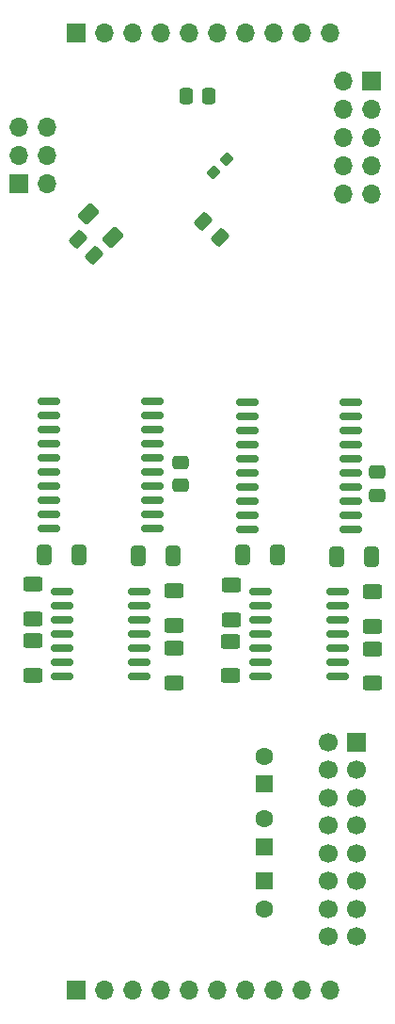
<source format=gbr>
%TF.GenerationSoftware,KiCad,Pcbnew,(6.0.6)*%
%TF.CreationDate,2022-11-26T15:19:53+01:00*%
%TF.ProjectId,vcer-midi-to-cv,76636572-2d6d-4696-9469-2d746f2d6376,rev?*%
%TF.SameCoordinates,Original*%
%TF.FileFunction,Soldermask,Bot*%
%TF.FilePolarity,Negative*%
%FSLAX46Y46*%
G04 Gerber Fmt 4.6, Leading zero omitted, Abs format (unit mm)*
G04 Created by KiCad (PCBNEW (6.0.6)) date 2022-11-26 15:19:53*
%MOMM*%
%LPD*%
G01*
G04 APERTURE LIST*
G04 Aperture macros list*
%AMRoundRect*
0 Rectangle with rounded corners*
0 $1 Rounding radius*
0 $2 $3 $4 $5 $6 $7 $8 $9 X,Y pos of 4 corners*
0 Add a 4 corners polygon primitive as box body*
4,1,4,$2,$3,$4,$5,$6,$7,$8,$9,$2,$3,0*
0 Add four circle primitives for the rounded corners*
1,1,$1+$1,$2,$3*
1,1,$1+$1,$4,$5*
1,1,$1+$1,$6,$7*
1,1,$1+$1,$8,$9*
0 Add four rect primitives between the rounded corners*
20,1,$1+$1,$2,$3,$4,$5,0*
20,1,$1+$1,$4,$5,$6,$7,0*
20,1,$1+$1,$6,$7,$8,$9,0*
20,1,$1+$1,$8,$9,$2,$3,0*%
G04 Aperture macros list end*
%ADD10RoundRect,0.250000X0.625000X-0.400000X0.625000X0.400000X-0.625000X0.400000X-0.625000X-0.400000X0*%
%ADD11RoundRect,0.250000X-0.625000X0.400000X-0.625000X-0.400000X0.625000X-0.400000X0.625000X0.400000X0*%
%ADD12R,1.700000X1.700000*%
%ADD13C,1.700000*%
%ADD14RoundRect,0.250000X-0.412500X-0.650000X0.412500X-0.650000X0.412500X0.650000X-0.412500X0.650000X0*%
%ADD15RoundRect,0.250000X0.475000X-0.337500X0.475000X0.337500X-0.475000X0.337500X-0.475000X-0.337500X0*%
%ADD16RoundRect,0.250000X-0.724784X-0.159099X-0.159099X-0.724784X0.724784X0.159099X0.159099X0.724784X0*%
%ADD17RoundRect,0.250000X0.337500X0.475000X-0.337500X0.475000X-0.337500X-0.475000X0.337500X-0.475000X0*%
%ADD18RoundRect,0.250000X0.574524X0.097227X0.097227X0.574524X-0.574524X-0.097227X-0.097227X-0.574524X0*%
%ADD19RoundRect,0.150000X-0.837500X-0.150000X0.837500X-0.150000X0.837500X0.150000X-0.837500X0.150000X0*%
%ADD20RoundRect,0.150000X-0.875000X-0.150000X0.875000X-0.150000X0.875000X0.150000X-0.875000X0.150000X0*%
%ADD21RoundRect,0.237500X-0.044194X-0.380070X0.380070X0.044194X0.044194X0.380070X-0.380070X-0.044194X0*%
%ADD22O,1.700000X1.700000*%
%ADD23R,1.600000X1.600000*%
%ADD24C,1.600000*%
G04 APERTURE END LIST*
D10*
%TO.C,R15*%
X122947500Y-59697500D03*
X122947500Y-56597500D03*
%TD*%
D11*
%TO.C,R16*%
X135660000Y-62310000D03*
X135660000Y-65410000D03*
%TD*%
D12*
%TO.C,U1*%
X134220000Y-70700000D03*
D13*
X131720000Y-70700000D03*
X134220000Y-73200000D03*
X131720000Y-73200000D03*
X134220000Y-75700000D03*
X131720000Y-75700000D03*
X134220000Y-78200000D03*
X131720000Y-78200000D03*
X134220000Y-80700000D03*
X131720000Y-80700000D03*
X134220000Y-83200000D03*
X131720000Y-83200000D03*
X134220000Y-85700000D03*
X131720000Y-85700000D03*
X134220000Y-88200000D03*
X131720000Y-88200000D03*
%TD*%
D14*
%TO.C,C18*%
X124017500Y-53900000D03*
X127142500Y-53900000D03*
%TD*%
D15*
%TO.C,C6*%
X118450000Y-47617500D03*
X118450000Y-45542500D03*
%TD*%
D16*
%TO.C,R1*%
X110153984Y-23193984D03*
X112346016Y-25386016D03*
%TD*%
D17*
%TO.C,C8*%
X120977500Y-12650000D03*
X118902500Y-12650000D03*
%TD*%
D10*
%TO.C,R13*%
X122922500Y-64742500D03*
X122922500Y-61642500D03*
%TD*%
D18*
%TO.C,C3*%
X110623623Y-26963623D03*
X109156377Y-25496377D03*
%TD*%
%TO.C,C7*%
X121933623Y-25343623D03*
X120466377Y-23876377D03*
%TD*%
D19*
%TO.C,U8*%
X125610000Y-64827500D03*
X125610000Y-63557500D03*
X125610000Y-62287500D03*
X125610000Y-61017500D03*
X125610000Y-59747500D03*
X125610000Y-58477500D03*
X125610000Y-57207500D03*
X132535000Y-57207500D03*
X132535000Y-58477500D03*
X132535000Y-59747500D03*
X132535000Y-61017500D03*
X132535000Y-62287500D03*
X132535000Y-63557500D03*
X132535000Y-64827500D03*
%TD*%
D20*
%TO.C,U3*%
X106562500Y-51515000D03*
X106562500Y-50245000D03*
X106562500Y-48975000D03*
X106562500Y-47705000D03*
X106562500Y-46435000D03*
X106562500Y-45165000D03*
X106562500Y-43895000D03*
X106562500Y-42625000D03*
X106562500Y-41355000D03*
X106562500Y-40085000D03*
X115862500Y-40085000D03*
X115862500Y-41355000D03*
X115862500Y-42625000D03*
X115862500Y-43895000D03*
X115862500Y-45165000D03*
X115862500Y-46435000D03*
X115862500Y-47705000D03*
X115862500Y-48975000D03*
X115862500Y-50245000D03*
X115862500Y-51515000D03*
%TD*%
D14*
%TO.C,C13*%
X114637500Y-53957500D03*
X117762500Y-53957500D03*
%TD*%
D11*
%TO.C,R14*%
X135647500Y-57192500D03*
X135647500Y-60292500D03*
%TD*%
D20*
%TO.C,U7*%
X124400000Y-51575000D03*
X124400000Y-50305000D03*
X124400000Y-49035000D03*
X124400000Y-47765000D03*
X124400000Y-46495000D03*
X124400000Y-45225000D03*
X124400000Y-43955000D03*
X124400000Y-42685000D03*
X124400000Y-41415000D03*
X124400000Y-40145000D03*
X133700000Y-40145000D03*
X133700000Y-41415000D03*
X133700000Y-42685000D03*
X133700000Y-43955000D03*
X133700000Y-45225000D03*
X133700000Y-46495000D03*
X133700000Y-47765000D03*
X133700000Y-49035000D03*
X133700000Y-50305000D03*
X133700000Y-51575000D03*
%TD*%
D14*
%TO.C,C17*%
X132485000Y-54017500D03*
X135610000Y-54017500D03*
%TD*%
D11*
%TO.C,R6*%
X117800000Y-57132500D03*
X117800000Y-60232500D03*
%TD*%
%TO.C,R8*%
X117800000Y-62257500D03*
X117800000Y-65357500D03*
%TD*%
D10*
%TO.C,R5*%
X105075000Y-64682500D03*
X105075000Y-61582500D03*
%TD*%
%TO.C,R7*%
X105100000Y-59637500D03*
X105100000Y-56537500D03*
%TD*%
D21*
%TO.C,C4*%
X121330120Y-19539880D03*
X122549880Y-18320120D03*
%TD*%
D12*
%TO.C,J6*%
X135625000Y-11300000D03*
D22*
X133085000Y-11300000D03*
X135625000Y-13840000D03*
X133085000Y-13840000D03*
X135625000Y-16380000D03*
X133085000Y-16380000D03*
X135625000Y-18920000D03*
X133085000Y-18920000D03*
X135625000Y-21460000D03*
X133085000Y-21460000D03*
%TD*%
D19*
%TO.C,U4*%
X107740000Y-64760000D03*
X107740000Y-63490000D03*
X107740000Y-62220000D03*
X107740000Y-60950000D03*
X107740000Y-59680000D03*
X107740000Y-58410000D03*
X107740000Y-57140000D03*
X114665000Y-57140000D03*
X114665000Y-58410000D03*
X114665000Y-59680000D03*
X114665000Y-60950000D03*
X114665000Y-62220000D03*
X114665000Y-63490000D03*
X114665000Y-64760000D03*
%TD*%
D12*
%TO.C,J5*%
X103850000Y-20525000D03*
D22*
X106390000Y-20525000D03*
X103850000Y-17985000D03*
X106390000Y-17985000D03*
X103850000Y-15445000D03*
X106390000Y-15445000D03*
%TD*%
D14*
%TO.C,C14*%
X106162500Y-53857500D03*
X109287500Y-53857500D03*
%TD*%
D15*
%TO.C,C9*%
X136130000Y-48527500D03*
X136130000Y-46452500D03*
%TD*%
D23*
%TO.C,C11*%
X125940000Y-80085113D03*
D24*
X125940000Y-77585113D03*
%TD*%
D12*
%TO.C,J1*%
X109000000Y-7000000D03*
D22*
X111540000Y-7000000D03*
X114080000Y-7000000D03*
X116620000Y-7000000D03*
X119160000Y-7000000D03*
X121700000Y-7000000D03*
X124240000Y-7000000D03*
X126780000Y-7000000D03*
X129320000Y-7000000D03*
X131860000Y-7000000D03*
%TD*%
D12*
%TO.C,J2*%
X109000000Y-93000000D03*
D22*
X111540000Y-93000000D03*
X114080000Y-93000000D03*
X116620000Y-93000000D03*
X119160000Y-93000000D03*
X121700000Y-93000000D03*
X124240000Y-93000000D03*
X126780000Y-93000000D03*
X129320000Y-93000000D03*
X131860000Y-93000000D03*
%TD*%
D23*
%TO.C,C10*%
X125962834Y-83204782D03*
D24*
X125962834Y-85704782D03*
%TD*%
D23*
%TO.C,C12*%
X125940000Y-74475113D03*
D24*
X125940000Y-71975113D03*
%TD*%
M02*

</source>
